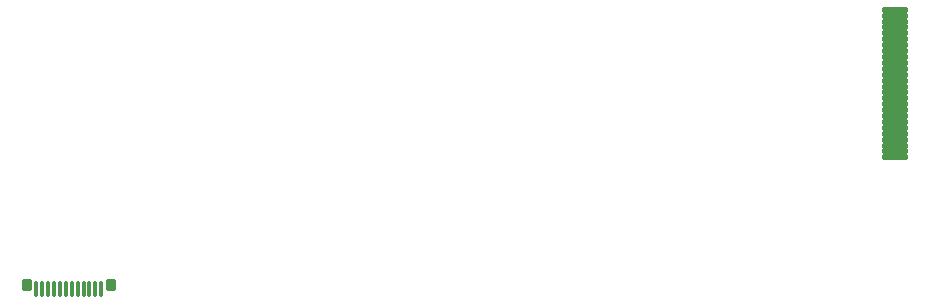
<source format=gts>
G04 #@! TF.GenerationSoftware,KiCad,Pcbnew,9.0.1*
G04 #@! TF.CreationDate,2025-05-16T11:50:47+02:00*
G04 #@! TF.ProjectId,long flex with bend,6c6f6e67-2066-46c6-9578-207769746820,rev?*
G04 #@! TF.SameCoordinates,Original*
G04 #@! TF.FileFunction,Soldermask,Top*
G04 #@! TF.FilePolarity,Negative*
%FSLAX46Y46*%
G04 Gerber Fmt 4.6, Leading zero omitted, Abs format (unit mm)*
G04 Created by KiCad (PCBNEW 9.0.1) date 2025-05-16 11:50:47*
%MOMM*%
%LPD*%
G01*
G04 APERTURE LIST*
G04 Aperture macros list*
%AMRoundRect*
0 Rectangle with rounded corners*
0 $1 Rounding radius*
0 $2 $3 $4 $5 $6 $7 $8 $9 X,Y pos of 4 corners*
0 Add a 4 corners polygon primitive as box body*
4,1,4,$2,$3,$4,$5,$6,$7,$8,$9,$2,$3,0*
0 Add four circle primitives for the rounded corners*
1,1,$1+$1,$2,$3*
1,1,$1+$1,$4,$5*
1,1,$1+$1,$6,$7*
1,1,$1+$1,$8,$9*
0 Add four rect primitives between the rounded corners*
20,1,$1+$1,$2,$3,$4,$5,0*
20,1,$1+$1,$4,$5,$6,$7,0*
20,1,$1+$1,$6,$7,$8,$9,0*
20,1,$1+$1,$8,$9,$2,$3,0*%
G04 Aperture macros list end*
%ADD10RoundRect,0.050000X-0.115000X-0.625000X0.115000X-0.625000X0.115000X0.625000X-0.115000X0.625000X0*%
%ADD11RoundRect,0.120000X0.280000X0.415000X-0.280000X0.415000X-0.280000X-0.415000X0.280000X-0.415000X0*%
%ADD12RoundRect,0.120000X-0.280000X-0.415000X0.280000X-0.415000X0.280000X0.415000X-0.280000X0.415000X0*%
%ADD13RoundRect,0.102000X-1.000000X0.150000X-1.000000X-0.150000X1.000000X-0.150000X1.000000X0.150000X0*%
G04 APERTURE END LIST*
D10*
X132560000Y-95225000D03*
X133060000Y-95225000D03*
X133560000Y-95225000D03*
X134060000Y-95225000D03*
X134560000Y-95225000D03*
X135060000Y-95225000D03*
X135560000Y-95225000D03*
X136060000Y-95225000D03*
X136560000Y-95225000D03*
X137060000Y-95225000D03*
X137560000Y-95225000D03*
X138060000Y-95225000D03*
D11*
X131760000Y-94915000D03*
D12*
X138860000Y-94915000D03*
D13*
X205250000Y-71600000D03*
X205250000Y-72100000D03*
X205250000Y-72600000D03*
X205250000Y-73100000D03*
X205250000Y-73600000D03*
X205250000Y-74100000D03*
X205250000Y-74600000D03*
X205250000Y-75100000D03*
X205250000Y-75600000D03*
X205250000Y-76100000D03*
X205250000Y-76600000D03*
X205250000Y-77100000D03*
X205250000Y-77600000D03*
X205250000Y-78100000D03*
X205250000Y-78600000D03*
X205250000Y-79100000D03*
X205250000Y-79600000D03*
X205250000Y-80100000D03*
X205250000Y-80600000D03*
X205250000Y-81100000D03*
X205250000Y-81600000D03*
X205250000Y-82100000D03*
X205250000Y-82600000D03*
X205250000Y-83100000D03*
X205250000Y-83600000D03*
X205250000Y-84100000D03*
M02*

</source>
